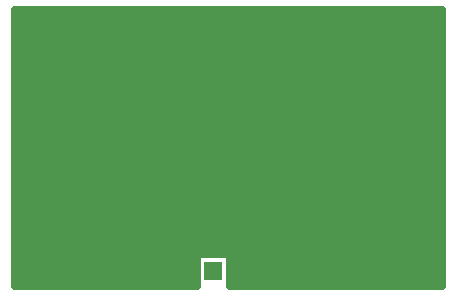
<source format=gbl>
G04 DipTrace Beta 2.3.5.2*
%IN7W_Booster.GBL*%
%MOIN*%
%ADD19C,0.025*%
%ADD30C,0.1969*%
%ADD31R,0.16X0.06*%
%ADD35R,0.0591X0.0591*%
%ADD36C,0.04*%
%FSLAX44Y44*%
G04*
G70*
G90*
G75*
G01*
%LNBottom*%
%LPD*%
D36*
X4500Y6000D3*
X5000D3*
X5500D3*
X6000D3*
X6500D3*
X7000D3*
X7500D3*
X8000D3*
X8500D3*
X9000D3*
X9500D3*
X10000D3*
X4500Y5500D3*
X5000D3*
X5500D3*
X6000D3*
X6500D3*
X7000D3*
X7500D3*
X8000D3*
X8500D3*
X9000D3*
X9500D3*
X10000D3*
X4500Y7000D3*
X5000D3*
X5500D3*
X6000D3*
X6500D3*
X7000D3*
X7500D3*
X8000D3*
X8500D3*
X9000D3*
X9500D3*
X10000D3*
X4500Y6500D3*
X5000D3*
X5500D3*
X6000D3*
X6500D3*
X7000D3*
X7500D3*
X8000D3*
X8500D3*
X9000D3*
X9500D3*
X10000D3*
X4500Y8000D3*
X5000D3*
X5500D3*
X6000D3*
X6500D3*
X7000D3*
X7500D3*
X8000D3*
X8500D3*
X9000D3*
X9500D3*
X10000D3*
X4500Y7500D3*
X5000D3*
X5500D3*
X6000D3*
X6500D3*
X7000D3*
X7500D3*
X8000D3*
X8500D3*
X9000D3*
X9500D3*
X10000D3*
X240Y9206D2*
D19*
X14450D1*
X240Y8958D2*
X14450D1*
X240Y8709D2*
X14450D1*
X240Y8460D2*
X14450D1*
X240Y8212D2*
X14450D1*
X240Y7963D2*
X14450D1*
X240Y7714D2*
X14450D1*
X240Y7465D2*
X14450D1*
X240Y7217D2*
X14450D1*
X240Y6968D2*
X14450D1*
X240Y6719D2*
X14450D1*
X240Y6471D2*
X14450D1*
X240Y6222D2*
X14450D1*
X240Y5973D2*
X14450D1*
X240Y5725D2*
X14450D1*
X240Y5476D2*
X14450D1*
X240Y5227D2*
X14450D1*
X240Y4979D2*
X14450D1*
X240Y4730D2*
X14450D1*
X240Y4481D2*
X14450D1*
X240Y4233D2*
X14450D1*
X240Y3984D2*
X14450D1*
X240Y3735D2*
X14450D1*
X240Y3486D2*
X14450D1*
X240Y3238D2*
X14450D1*
X240Y2989D2*
X14450D1*
X240Y2740D2*
X14450D1*
X240Y2492D2*
X14450D1*
X240Y2243D2*
X14450D1*
X240Y1994D2*
X14450D1*
X240Y1746D2*
X14450D1*
X240Y1497D2*
X14450D1*
X240Y1248D2*
X6254D1*
X7426D2*
X14450D1*
X240Y1000D2*
X6254D1*
X7426D2*
X14450D1*
X240Y751D2*
X6254D1*
X7426D2*
X14450D1*
X240Y502D2*
X6254D1*
X7426D2*
X14450D1*
X6405Y1335D2*
X7400D1*
Y271D1*
X14475Y275D1*
Y9455D1*
X215D1*
Y265D1*
X6281Y269D1*
X6280Y1335D1*
X6405D1*
D30*
X2012Y6622D3*
X12406D3*
D31*
X1000Y1000D3*
Y3000D3*
X13625Y875D3*
Y2875D3*
D35*
X6840Y775D3*
X5840D3*
M02*

</source>
